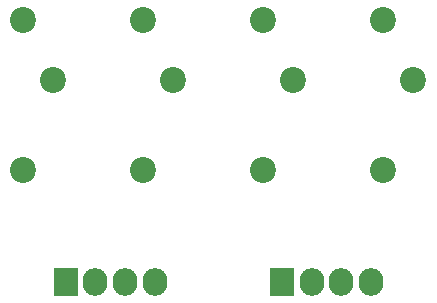
<source format=gbr>
G04 #@! TF.GenerationSoftware,KiCad,Pcbnew,(5.0.0)*
G04 #@! TF.CreationDate,2019-02-26T18:07:47+01:00*
G04 #@! TF.ProjectId,Potentiometer_mount_4LED,506F74656E74696F6D657465725F6D6F,rev?*
G04 #@! TF.SameCoordinates,Original*
G04 #@! TF.FileFunction,Soldermask,Bot*
G04 #@! TF.FilePolarity,Negative*
%FSLAX46Y46*%
G04 Gerber Fmt 4.6, Leading zero omitted, Abs format (unit mm)*
G04 Created by KiCad (PCBNEW (5.0.0)) date 02/26/19 18:07:47*
%MOMM*%
%LPD*%
G01*
G04 APERTURE LIST*
%ADD10R,2.100000X2.350000*%
%ADD11O,2.100000X2.350000*%
%ADD12C,2.200000*%
G04 APERTURE END LIST*
D10*
G04 #@! TO.C,From Stimlator*
X124600000Y-79500000D03*
D11*
X127100000Y-79500000D03*
X129600000Y-79500000D03*
X132100000Y-79500000D03*
G04 #@! TD*
G04 #@! TO.C,To LED*
X150400000Y-79500000D03*
X147900000Y-79500000D03*
X145400000Y-79500000D03*
D10*
X142900000Y-79500000D03*
G04 #@! TD*
D12*
G04 #@! TO.C,LED 1*
X121000000Y-57300000D03*
X123540000Y-62380000D03*
X121000000Y-70000000D03*
G04 #@! TD*
G04 #@! TO.C,LED 2*
X131160000Y-70000000D03*
X133700000Y-62380000D03*
X131160000Y-57300000D03*
G04 #@! TD*
G04 #@! TO.C,LED 3*
X141320000Y-57300000D03*
X143860000Y-62380000D03*
X141320000Y-70000000D03*
G04 #@! TD*
G04 #@! TO.C,LED 4*
X151480000Y-70000000D03*
X154020000Y-62380000D03*
X151480000Y-57300000D03*
G04 #@! TD*
M02*

</source>
